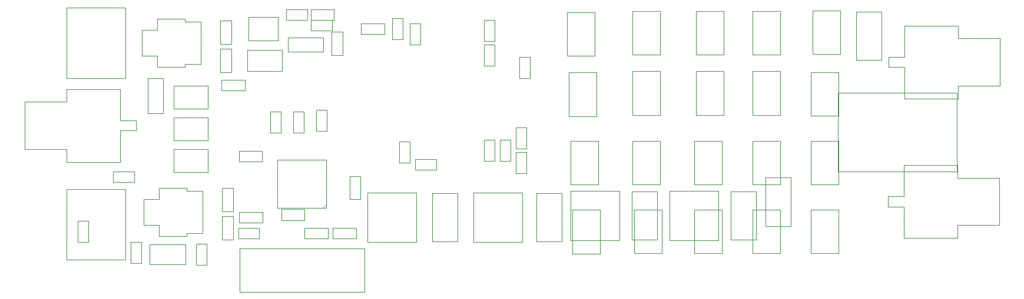
<source format=gbr>
%TF.GenerationSoftware,Altium Limited,Altium Designer,23.4.1 (23)*%
G04 Layer_Color=32768*
%FSLAX45Y45*%
%MOMM*%
%TF.SameCoordinates,576A2805-CD40-4E5C-B7A3-750DB6231075*%
%TF.FilePolarity,Positive*%
%TF.FileFunction,Other,Mechanical_15*%
%TF.Part,Single*%
G01*
G75*
%TA.AperFunction,NonConductor*%
%ADD94C,0.10000*%
%ADD95C,0.05080*%
%ADD96C,0.05000*%
D94*
X3028200Y1174000D02*
X3728200D01*
X3028200D02*
Y1874000D01*
X3728200D01*
Y1174000D02*
Y1874000D01*
X3678200Y1174000D02*
X3728200Y1224000D01*
D95*
X4219300Y1299101D02*
Y1633700D01*
X4062700Y1299101D02*
X4219300D01*
X4062700D02*
Y1633700D01*
X4219300D01*
X3082700Y1001700D02*
X3417300D01*
Y1158300D01*
X3082700D02*
X3417300D01*
X3082700Y1001700D02*
Y1158300D01*
X2472700Y1841700D02*
X2807300D01*
X2472700D02*
Y1998300D01*
X2807300D01*
Y1841700D02*
Y1998300D01*
X4226900Y3680900D02*
X4561500D01*
X4226900D02*
Y3837500D01*
X4561500D01*
Y3680900D02*
Y3837500D01*
X3807900Y3714500D02*
X3964500D01*
X3807900Y3379900D02*
Y3714500D01*
Y3379900D02*
X3964500D01*
Y3714500D01*
X3820500Y734500D02*
Y891100D01*
Y734500D02*
X4155100D01*
Y891100D01*
X3820500D02*
X4155100D01*
X3748700Y734500D02*
Y891100D01*
X3414100D02*
X3748700D01*
X3414100Y734500D02*
Y891100D01*
Y734500D02*
X3748700D01*
X2474300Y963100D02*
Y1119700D01*
Y963100D02*
X2808900D01*
Y1119700D01*
X2474300D02*
X2808900D01*
X2233100Y1462700D02*
X2389700D01*
X2233100Y1128100D02*
Y1462700D01*
Y1128100D02*
X2389700D01*
Y1462700D01*
X2220300Y2868100D02*
X2554900D01*
X2220300D02*
Y3024700D01*
X2554900D01*
Y2868100D02*
Y3024700D01*
X2364300Y3541100D02*
Y3875700D01*
X2207700Y3541100D02*
X2364300D01*
X2207700D02*
Y3875700D01*
X2364300D01*
Y3134700D02*
Y3469300D01*
X2207700Y3134700D02*
X2364300D01*
X2207700D02*
Y3469300D01*
X2364300D01*
X2389700Y721700D02*
Y1056300D01*
X2233100Y721700D02*
X2389700D01*
X2233100D02*
Y1056300D01*
X2389700D01*
X3506900Y3884100D02*
X3841500D01*
X3506900D02*
Y4040700D01*
X3841500D01*
Y3884100D02*
Y4040700D01*
D96*
X9857900Y2144100D02*
X10258900D01*
X9857900Y1513500D02*
X10258900D01*
X9857900D02*
Y2144100D01*
X10258900Y1513500D02*
Y2144100D01*
X12031200Y745000D02*
X12801199D01*
Y928500D01*
X13401199D01*
Y1611500D01*
X12801199D02*
X13401199D01*
X12801199D02*
Y1795000D01*
X12031200D02*
X12801199D01*
X12031200Y1345000D02*
Y1795000D01*
X11801200Y1345000D02*
X12031200D01*
X11801200Y1195000D02*
Y1345000D01*
Y1195000D02*
X12031200D01*
Y745000D02*
Y1195000D01*
X10047800Y916800D02*
Y1616800D01*
Y916800D02*
X10407800D01*
Y1616800D01*
X10047800D02*
X10407800D01*
X7267100Y517500D02*
X7668100D01*
X7267100Y1148100D02*
X7668100D01*
Y517500D02*
Y1148100D01*
X7267100Y517500D02*
Y1148100D01*
X4825800Y3606400D02*
Y3908400D01*
X4673800Y3606400D02*
X4825800D01*
X4673800D02*
Y3908400D01*
X4825800D01*
X5079800Y3532000D02*
Y3834000D01*
X4927800Y3532000D02*
X5079800D01*
X4927800D02*
Y3834000D01*
X5079800D01*
X6451800Y1677800D02*
Y1979800D01*
X6603800D01*
Y1677800D02*
Y1979800D01*
X6451800Y1677800D02*
X6603800D01*
X6223200Y1855600D02*
Y2157600D01*
X6375200D01*
Y1855600D02*
Y2157600D01*
X6223200Y1855600D02*
X6375200D01*
X6146600D02*
Y2157600D01*
X5994600Y1855600D02*
X6146600D01*
X5994600D02*
Y2157600D01*
X6146600D01*
X6451800Y2033400D02*
Y2335400D01*
X6603800D01*
Y2033400D02*
Y2335400D01*
X6451800Y2033400D02*
X6603800D01*
X6502600Y3049400D02*
Y3351400D01*
X6654600D01*
Y3049400D02*
Y3351400D01*
X6502600Y3049400D02*
X6654600D01*
X4927400Y1830200D02*
Y2132200D01*
X4775400D02*
X4927400D01*
X4775400Y1830200D02*
Y2132200D01*
Y1830200D02*
X4927400D01*
X6146600Y3582800D02*
Y3884800D01*
X5994600Y3582800D02*
X6146600D01*
X5994600D02*
Y3884800D01*
X6146600D01*
X5005200Y1879400D02*
X5307200D01*
X5005200Y1727400D02*
Y1879400D01*
Y1727400D02*
X5307200D01*
Y1879400D01*
X5994600Y3227200D02*
Y3529200D01*
X6146600D01*
Y3227200D02*
Y3529200D01*
X5994600Y3227200D02*
X6146600D01*
X3151000Y3886400D02*
X3453000D01*
X3151000D02*
Y4038400D01*
X3453000D01*
Y3886400D02*
Y4038400D01*
X3506600Y3886000D02*
X3808600D01*
Y3734000D02*
Y3886000D01*
X3506600Y3734000D02*
X3808600D01*
X3506600D02*
Y3886000D01*
X1066600Y382400D02*
Y684400D01*
X914600Y382400D02*
X1066600D01*
X914600D02*
Y684400D01*
X1066600D01*
X2006400Y357000D02*
Y659000D01*
X1854400Y357000D02*
X2006400D01*
X1854400D02*
Y659000D01*
X2006400D01*
X2921200Y2262000D02*
Y2564000D01*
X3073200D01*
Y2262000D02*
Y2564000D01*
X2921200Y2262000D02*
X3073200D01*
X3251400Y2260200D02*
Y2562200D01*
X3403400D01*
Y2260200D02*
Y2562200D01*
X3251400Y2260200D02*
X3403400D01*
X3581600Y2287400D02*
Y2589400D01*
X3733600D01*
Y2287400D02*
Y2589400D01*
X3581600Y2287400D02*
X3733600D01*
X304600Y687200D02*
Y989200D01*
X152600D02*
X304600D01*
X152600Y687200D02*
Y989200D01*
Y687200D02*
X304600D01*
X661800Y1549600D02*
X963800D01*
X661800D02*
Y1701600D01*
X963800D01*
Y1549600D02*
Y1701600D01*
X12041400Y2753800D02*
X12811400D01*
Y2937300D01*
X13411400D01*
Y3620300D01*
X12811400D02*
X13411400D01*
X12811400D02*
Y3803800D01*
X12041400D02*
X12811400D01*
X12041400Y3353800D02*
Y3803800D01*
X11811400Y3353800D02*
X12041400D01*
X11811400Y3203800D02*
Y3353800D01*
Y3203800D02*
X12041400D01*
Y2753800D02*
Y3203800D01*
X760200Y2439400D02*
Y2889400D01*
Y2439400D02*
X990200D01*
Y2289400D02*
Y2439400D01*
X760200Y2289400D02*
X990200D01*
X760200Y1839400D02*
Y2289400D01*
X-9800Y1839400D02*
X760200D01*
X-9800D02*
Y2022900D01*
X-609800D02*
X-9800D01*
X-609800D02*
Y2705900D01*
X-9800D01*
Y2889400D01*
X760200D01*
X5026200Y685800D02*
Y1397000D01*
X4321000Y685800D02*
Y1397000D01*
Y685800D02*
X5026200D01*
X4321000Y1397000D02*
X5026200D01*
X6550200Y685800D02*
Y1397000D01*
X5845000Y685800D02*
Y1397000D01*
Y685800D02*
X6550200D01*
X5845000Y1397000D02*
X6550200D01*
X7947200Y711200D02*
Y1422400D01*
X7242000Y711200D02*
Y1422400D01*
Y711200D02*
X7947200D01*
X7242000Y1422400D02*
X7947200D01*
X9369600Y711200D02*
Y1422400D01*
X8664400Y711200D02*
Y1422400D01*
Y711200D02*
X9369600D01*
X8664400Y1422400D02*
X9369600D01*
X11084000Y2837800D02*
X12792000D01*
Y1703801D02*
Y2837800D01*
X11084000Y1703801D02*
X12792000D01*
X11084000D02*
Y2837800D01*
X2025500Y1689200D02*
Y2019200D01*
X1530500D02*
X2025500D01*
X1530500Y1689200D02*
Y2019200D01*
Y1689200D02*
X2025500D01*
Y2146400D02*
Y2476400D01*
X1530500D02*
X2025500D01*
X1530500Y2146400D02*
Y2476400D01*
Y2146400D02*
X2025500D01*
X837400Y429800D02*
Y1449800D01*
X-5600Y429800D02*
X837400D01*
X-5600D02*
Y1449800D01*
X837400D01*
X1101500Y930100D02*
X1324000D01*
Y767600D02*
Y930100D01*
Y767600D02*
X1724000D01*
Y815100D01*
X1946500D01*
Y1420100D01*
X1724000D02*
X1946500D01*
X1724000D02*
Y1467600D01*
X1324000D02*
X1724000D01*
X1324000Y1305100D02*
Y1467600D01*
X1101500Y1305100D02*
X1324000D01*
X1101500Y930100D02*
Y1305100D01*
X1076100Y3368500D02*
X1298600D01*
Y3206000D02*
Y3368500D01*
Y3206000D02*
X1698600D01*
Y3253500D01*
X1921100D01*
Y3858500D01*
X1698600D02*
X1921100D01*
X1698600D02*
Y3906000D01*
X1298600D02*
X1698600D01*
X1298600Y3743500D02*
Y3906000D01*
X1076100Y3743500D02*
X1298600D01*
X1076100Y3368500D02*
Y3743500D01*
X837400Y3046000D02*
Y4066000D01*
X-5600Y3046000D02*
X837400D01*
X-5600D02*
Y4066000D01*
X837400D01*
X1160000Y2540500D02*
Y3047500D01*
X1380000D01*
Y2540500D02*
Y3047500D01*
X1160000Y2540500D02*
X1380000D01*
X9548200Y716800D02*
X9908200D01*
X9548200D02*
Y1416800D01*
X9908200D01*
Y716800D02*
Y1416800D01*
X8125800D02*
X8485800D01*
Y716800D02*
Y1416800D01*
X8125800Y716800D02*
X8485800D01*
X8125800D02*
Y1416800D01*
X6754200Y691400D02*
X7114200D01*
X6754200D02*
Y1391400D01*
X7114200D01*
Y691400D02*
Y1391400D01*
X5255600D02*
X5615600D01*
Y691400D02*
Y1391400D01*
X5255600Y691400D02*
X5615600D01*
X5255600D02*
Y1391400D01*
X2485200Y593600D02*
X4275200D01*
Y-31400D02*
Y593600D01*
X2485200Y-31400D02*
X4275200D01*
X2485200D02*
Y593600D01*
X1189100Y650000D02*
X1706500D01*
X1189100Y366000D02*
Y650000D01*
Y366000D02*
X1706500D01*
Y650000D01*
X2467200Y886800D02*
X2765200D01*
Y738800D02*
Y886800D01*
X2467200Y738800D02*
X2765200D01*
X2467200D02*
Y886800D01*
X3682500Y3428100D02*
Y3633100D01*
X3175500D02*
X3682500D01*
X3175500Y3428100D02*
Y3633100D01*
Y3428100D02*
X3682500D01*
X3088900Y3152000D02*
Y3452000D01*
X2596900D02*
X3088900D01*
X2596900Y3152000D02*
Y3452000D01*
Y3152000D02*
X3088900D01*
X2608400Y3589200D02*
X3030400D01*
X2608400D02*
Y3929200D01*
X3030400D01*
Y3589200D02*
Y3929200D01*
X11711600Y3307600D02*
Y4007600D01*
X11351600Y3307600D02*
X11711600D01*
X11351600D02*
Y4007600D01*
X11711600D01*
X9857900Y521100D02*
Y1151700D01*
X10258900Y521100D02*
Y1151700D01*
X9857900D02*
X10258900D01*
X9857900Y521100D02*
X10258900D01*
X10696100Y522900D02*
Y1153500D01*
X11097100Y522900D02*
Y1153500D01*
X10696100D02*
X11097100D01*
X10696100Y522900D02*
X11097100D01*
X9019700D02*
Y1153500D01*
X9420700Y522900D02*
Y1153500D01*
X9019700D02*
X9420700D01*
X9019700Y522900D02*
X9420700D01*
X8156100D02*
Y1153500D01*
X8557100Y522900D02*
Y1153500D01*
X8156100D02*
X8557100D01*
X8156100Y522900D02*
X8557100D01*
X11097100Y1513500D02*
Y2144100D01*
X10696100Y1513500D02*
Y2144100D01*
Y1513500D02*
X11097100D01*
X10696100Y2144100D02*
X11097100D01*
X9420700Y1513500D02*
Y2144100D01*
X9019700Y1513500D02*
Y2144100D01*
Y1513500D02*
X9420700D01*
X9019700Y2144100D02*
X9420700D01*
X8531700Y1513500D02*
Y2144100D01*
X8130700Y1513500D02*
Y2144100D01*
Y1513500D02*
X8531700D01*
X8130700Y2144100D02*
X8531700D01*
X7642700Y1513500D02*
Y2144100D01*
X7241700Y1513500D02*
Y2144100D01*
Y1513500D02*
X7642700D01*
X7241700Y2144100D02*
X7642700D01*
X10696100Y2504100D02*
Y3134700D01*
X11097100Y2504100D02*
Y3134700D01*
X10696100D02*
X11097100D01*
X10696100Y2504100D02*
X11097100D01*
X9857900Y2514100D02*
Y3144700D01*
X10258900Y2514100D02*
Y3144700D01*
X9857900D02*
X10258900D01*
X9857900Y2514100D02*
X10258900D01*
X9045100D02*
Y3144700D01*
X9446100Y2514100D02*
Y3144700D01*
X9045100D02*
X9446100D01*
X9045100Y2514100D02*
X9446100D01*
X8130700D02*
Y3144700D01*
X8531700Y2514100D02*
Y3144700D01*
X8130700D02*
X8531700D01*
X8130700Y2514100D02*
X8531700D01*
X7216300Y2498700D02*
Y3129300D01*
X7617300Y2498700D02*
Y3129300D01*
X7216300D02*
X7617300D01*
X7216300Y2498700D02*
X7617300D01*
X11122500Y3393100D02*
Y4023700D01*
X10721500Y3393100D02*
Y4023700D01*
Y3393100D02*
X11122500D01*
X10721500Y4023700D02*
X11122500D01*
X10258900Y3383100D02*
Y4013700D01*
X9857900Y3383100D02*
Y4013700D01*
Y3383100D02*
X10258900D01*
X9857900Y4013700D02*
X10258900D01*
X9446100Y3383100D02*
Y4013700D01*
X9045100Y3383100D02*
Y4013700D01*
Y3383100D02*
X9446100D01*
X9045100Y4013700D02*
X9446100D01*
X8531700Y3383100D02*
Y4013700D01*
X8130700Y3383100D02*
Y4013700D01*
Y3383100D02*
X8531700D01*
X8130700Y4013700D02*
X8531700D01*
X7591900Y3367700D02*
Y3998300D01*
X7190900Y3367700D02*
Y3998300D01*
Y3367700D02*
X7591900D01*
X7190900Y3998300D02*
X7591900D01*
X1530500Y2603600D02*
X2025500D01*
X1530500D02*
Y2933600D01*
X2025500D01*
Y2603600D02*
Y2933600D01*
%TF.MD5,b7a993834e85fc2b883ade6649d9a757*%
M02*

</source>
